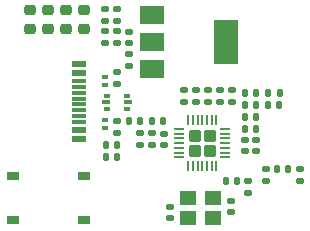
<source format=gtp>
G04 #@! TF.GenerationSoftware,KiCad,Pcbnew,8.0.1*
G04 #@! TF.CreationDate,2024-04-19T23:10:03+02:00*
G04 #@! TF.ProjectId,esp-ir-receiver,6573702d-6972-42d7-9265-636569766572,1.0.0*
G04 #@! TF.SameCoordinates,Original*
G04 #@! TF.FileFunction,Paste,Top*
G04 #@! TF.FilePolarity,Positive*
%FSLAX46Y46*%
G04 Gerber Fmt 4.6, Leading zero omitted, Abs format (unit mm)*
G04 Created by KiCad (PCBNEW 8.0.1) date 2024-04-19 23:10:03*
%MOMM*%
%LPD*%
G01*
G04 APERTURE LIST*
G04 Aperture macros list*
%AMRoundRect*
0 Rectangle with rounded corners*
0 $1 Rounding radius*
0 $2 $3 $4 $5 $6 $7 $8 $9 X,Y pos of 4 corners*
0 Add a 4 corners polygon primitive as box body*
4,1,4,$2,$3,$4,$5,$6,$7,$8,$9,$2,$3,0*
0 Add four circle primitives for the rounded corners*
1,1,$1+$1,$2,$3*
1,1,$1+$1,$4,$5*
1,1,$1+$1,$6,$7*
1,1,$1+$1,$8,$9*
0 Add four rect primitives between the rounded corners*
20,1,$1+$1,$2,$3,$4,$5,0*
20,1,$1+$1,$4,$5,$6,$7,0*
20,1,$1+$1,$6,$7,$8,$9,0*
20,1,$1+$1,$8,$9,$2,$3,0*%
G04 Aperture macros list end*
%ADD10RoundRect,0.218750X-0.256250X0.218750X-0.256250X-0.218750X0.256250X-0.218750X0.256250X0.218750X0*%
%ADD11R,2.000000X1.500000*%
%ADD12R,2.000000X3.800000*%
%ADD13RoundRect,0.140000X0.170000X-0.140000X0.170000X0.140000X-0.170000X0.140000X-0.170000X-0.140000X0*%
%ADD14RoundRect,0.140000X-0.170000X0.140000X-0.170000X-0.140000X0.170000X-0.140000X0.170000X0.140000X0*%
%ADD15RoundRect,0.140000X0.140000X0.170000X-0.140000X0.170000X-0.140000X-0.170000X0.140000X-0.170000X0*%
%ADD16RoundRect,0.135000X-0.185000X0.135000X-0.185000X-0.135000X0.185000X-0.135000X0.185000X0.135000X0*%
%ADD17R,1.400000X1.200000*%
%ADD18RoundRect,0.140000X-0.140000X-0.170000X0.140000X-0.170000X0.140000X0.170000X-0.140000X0.170000X0*%
%ADD19R,0.500000X0.300000*%
%ADD20R,1.000000X0.750000*%
%ADD21RoundRect,0.147500X-0.147500X-0.172500X0.147500X-0.172500X0.147500X0.172500X-0.147500X0.172500X0*%
%ADD22RoundRect,0.135000X0.185000X-0.135000X0.185000X0.135000X-0.185000X0.135000X-0.185000X-0.135000X0*%
%ADD23R,0.500000X0.375000*%
%ADD24R,0.650000X0.300000*%
%ADD25RoundRect,0.135000X-0.135000X-0.185000X0.135000X-0.185000X0.135000X0.185000X-0.135000X0.185000X0*%
%ADD26R,1.240000X0.600000*%
%ADD27R,1.240000X0.300000*%
%ADD28RoundRect,0.147500X0.172500X-0.147500X0.172500X0.147500X-0.172500X0.147500X-0.172500X-0.147500X0*%
%ADD29RoundRect,0.250000X0.275000X0.275000X-0.275000X0.275000X-0.275000X-0.275000X0.275000X-0.275000X0*%
%ADD30RoundRect,0.050000X0.387500X0.050000X-0.387500X0.050000X-0.387500X-0.050000X0.387500X-0.050000X0*%
%ADD31RoundRect,0.050000X0.050000X0.387500X-0.050000X0.387500X-0.050000X-0.387500X0.050000X-0.387500X0*%
G04 APERTURE END LIST*
D10*
X133059357Y-96238498D03*
X133059357Y-97813500D03*
D11*
X141831001Y-96644999D03*
X141831001Y-98944999D03*
X141831001Y-101244999D03*
D12*
X148131001Y-98944999D03*
D10*
X136116001Y-96238498D03*
X136116001Y-97813500D03*
D13*
X149959001Y-111701999D03*
X149959001Y-110741999D03*
D14*
X150703003Y-107211999D03*
X150703003Y-108171999D03*
D13*
X143340505Y-113877999D03*
X143340505Y-112917999D03*
D15*
X142819001Y-105661999D03*
X141859001Y-105661999D03*
D16*
X144536001Y-102992999D03*
X144536001Y-104012999D03*
D10*
X134592001Y-96238498D03*
X134592001Y-97813500D03*
D17*
X147064505Y-112177999D03*
X144864505Y-112177999D03*
X144864505Y-113877999D03*
X147064505Y-113877999D03*
D14*
X148547505Y-112390999D03*
X148547505Y-113350999D03*
D18*
X149743002Y-105279000D03*
X150703002Y-105279000D03*
X137950001Y-108695999D03*
X138910001Y-108695999D03*
X148082001Y-110741999D03*
X149042001Y-110741999D03*
X149743002Y-103247000D03*
X150703002Y-103247000D03*
D10*
X131544001Y-96238498D03*
X131544001Y-97813500D03*
D19*
X137894001Y-106265999D03*
X137894001Y-105565999D03*
D18*
X139883001Y-105661999D03*
X140843001Y-105661999D03*
D14*
X151483001Y-109723999D03*
X151483001Y-110683999D03*
D16*
X138910001Y-101469000D03*
X138910001Y-102488998D03*
D15*
X150703003Y-106294999D03*
X149743003Y-106294999D03*
D14*
X145552001Y-103022999D03*
X145552001Y-103982999D03*
D20*
X130116001Y-110263999D03*
X136116001Y-110263999D03*
X130116001Y-114013999D03*
X136116001Y-114013999D03*
D13*
X139926001Y-99023024D03*
X139926001Y-98063024D03*
D14*
X146568001Y-103022999D03*
X146568001Y-103982999D03*
D15*
X150703003Y-104262999D03*
X149743003Y-104262999D03*
D21*
X152434842Y-109723999D03*
X153404842Y-109723999D03*
D22*
X138910001Y-106665999D03*
X138910001Y-105645999D03*
D23*
X138011974Y-103502999D03*
D24*
X137936974Y-104040499D03*
D23*
X138011974Y-104577999D03*
X139711974Y-104577999D03*
D24*
X139786974Y-104040499D03*
D23*
X139711974Y-103502999D03*
D16*
X141859001Y-106676000D03*
X141859001Y-107696000D03*
D22*
X137894001Y-97152999D03*
X137894001Y-96133001D03*
D16*
X137894001Y-98040000D03*
X137894001Y-99059998D03*
X138910001Y-98040000D03*
X138910001Y-99059998D03*
D19*
X137886974Y-101882999D03*
X137886974Y-102582999D03*
D22*
X138910001Y-97154998D03*
X138910001Y-96135000D03*
D16*
X148600001Y-102992999D03*
X148600001Y-104012999D03*
D25*
X151646001Y-103246999D03*
X152666001Y-103246999D03*
D26*
X135709001Y-100779999D03*
X135709001Y-101579999D03*
D27*
X135709001Y-102729999D03*
X135709001Y-103729999D03*
X135709001Y-104229999D03*
X135709001Y-105229999D03*
D26*
X135709001Y-106379999D03*
X135709001Y-107179999D03*
X135709001Y-107179999D03*
X135709001Y-106379999D03*
D27*
X135709001Y-105729999D03*
X135709001Y-104729999D03*
X135709001Y-103229999D03*
X135709001Y-102229999D03*
D26*
X135709001Y-101579999D03*
X135709001Y-100779999D03*
D28*
X149743001Y-108176998D03*
X149743001Y-107206998D03*
D29*
X146766501Y-108159999D03*
X146766501Y-106859999D03*
X145466501Y-108159999D03*
X145466501Y-106859999D03*
D30*
X148054001Y-108710000D03*
X148054001Y-108309999D03*
X148054001Y-107909999D03*
X148054000Y-107509999D03*
X148054001Y-107109999D03*
X148054001Y-106709999D03*
X148054001Y-106309998D03*
D31*
X147316502Y-105572499D03*
X146916501Y-105572499D03*
X146516501Y-105572499D03*
X146116501Y-105572500D03*
X145716501Y-105572499D03*
X145316501Y-105572499D03*
X144916500Y-105572499D03*
D30*
X144179001Y-106309998D03*
X144179001Y-106709999D03*
X144179001Y-107109999D03*
X144179002Y-107509999D03*
X144179001Y-107909999D03*
X144179001Y-108309999D03*
X144179001Y-108710000D03*
D31*
X144916500Y-109447499D03*
X145316501Y-109447499D03*
X145716501Y-109447499D03*
X146116501Y-109447498D03*
X146516501Y-109447499D03*
X146916501Y-109447499D03*
X147316502Y-109447499D03*
D13*
X139926001Y-100934999D03*
X139926001Y-99974999D03*
D14*
X142875000Y-106706000D03*
X142875000Y-107666000D03*
D22*
X147584001Y-104012999D03*
X147584001Y-102992999D03*
D16*
X140843000Y-106676000D03*
X140843000Y-107696000D03*
D14*
X154356683Y-109723999D03*
X154356683Y-110683999D03*
D18*
X137950001Y-107679999D03*
X138910001Y-107679999D03*
X151676001Y-104262999D03*
X152636001Y-104262999D03*
M02*

</source>
